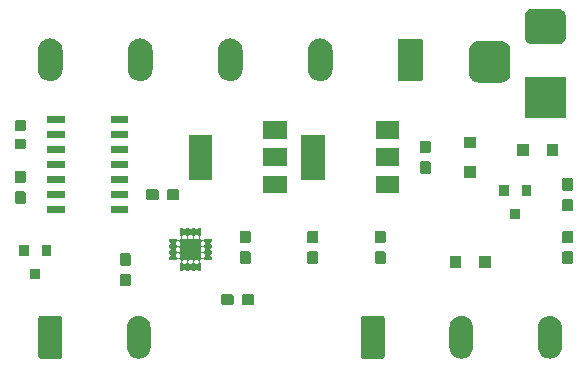
<source format=gbr>
G04 #@! TF.GenerationSoftware,KiCad,Pcbnew,(5.0.2)-1*
G04 #@! TF.CreationDate,2019-04-27T09:30:46+05:30*
G04 #@! TF.ProjectId,parking_sense_1,7061726b-696e-4675-9f73-656e73655f31,rev?*
G04 #@! TF.SameCoordinates,Original*
G04 #@! TF.FileFunction,Soldermask,Top*
G04 #@! TF.FilePolarity,Negative*
%FSLAX46Y46*%
G04 Gerber Fmt 4.6, Leading zero omitted, Abs format (unit mm)*
G04 Created by KiCad (PCBNEW (5.0.2)-1) date 04/27/19 09:30:46*
%MOMM*%
%LPD*%
G01*
G04 APERTURE LIST*
%ADD10C,0.100000*%
G04 APERTURE END LIST*
D10*
G36*
X81871029Y-61079469D02*
X81871032Y-61079470D01*
X81871033Y-61079470D01*
X82059534Y-61136651D01*
X82059536Y-61136652D01*
X82059539Y-61136653D01*
X82233258Y-61229507D01*
X82385528Y-61354472D01*
X82510491Y-61506740D01*
X82603348Y-61680463D01*
X82660531Y-61868970D01*
X82675000Y-62015876D01*
X82675000Y-63714124D01*
X82660531Y-63861030D01*
X82660530Y-63861033D01*
X82660530Y-63861034D01*
X82603350Y-64049533D01*
X82603348Y-64049537D01*
X82510491Y-64223260D01*
X82385528Y-64375528D01*
X82233260Y-64500491D01*
X82160998Y-64539116D01*
X82059535Y-64593349D01*
X81871034Y-64650530D01*
X81871033Y-64650530D01*
X81871030Y-64650531D01*
X81675000Y-64669838D01*
X81478971Y-64650531D01*
X81478968Y-64650530D01*
X81478967Y-64650530D01*
X81290466Y-64593349D01*
X81189003Y-64539116D01*
X81116741Y-64500491D01*
X80964473Y-64375528D01*
X80839510Y-64223260D01*
X80746651Y-64049533D01*
X80689469Y-63861035D01*
X80675000Y-63714124D01*
X80675000Y-62015877D01*
X80689469Y-61868971D01*
X80689470Y-61868967D01*
X80746651Y-61680466D01*
X80746652Y-61680464D01*
X80746653Y-61680461D01*
X80839507Y-61506742D01*
X80964472Y-61354472D01*
X81116740Y-61229509D01*
X81290463Y-61136652D01*
X81290465Y-61136651D01*
X81478966Y-61079470D01*
X81478967Y-61079470D01*
X81478970Y-61079469D01*
X81675000Y-61060162D01*
X81871029Y-61079469D01*
X81871029Y-61079469D01*
G37*
G36*
X74371029Y-61079469D02*
X74371032Y-61079470D01*
X74371033Y-61079470D01*
X74559534Y-61136651D01*
X74559536Y-61136652D01*
X74559539Y-61136653D01*
X74733258Y-61229507D01*
X74885528Y-61354472D01*
X75010491Y-61506740D01*
X75103348Y-61680463D01*
X75160531Y-61868970D01*
X75175000Y-62015876D01*
X75175000Y-63714124D01*
X75160531Y-63861030D01*
X75160530Y-63861033D01*
X75160530Y-63861034D01*
X75103350Y-64049533D01*
X75103348Y-64049537D01*
X75010491Y-64223260D01*
X74885528Y-64375528D01*
X74733260Y-64500491D01*
X74660998Y-64539116D01*
X74559535Y-64593349D01*
X74371034Y-64650530D01*
X74371033Y-64650530D01*
X74371030Y-64650531D01*
X74175000Y-64669838D01*
X73978971Y-64650531D01*
X73978968Y-64650530D01*
X73978967Y-64650530D01*
X73790466Y-64593349D01*
X73689003Y-64539116D01*
X73616741Y-64500491D01*
X73464473Y-64375528D01*
X73339510Y-64223260D01*
X73246651Y-64049533D01*
X73189469Y-63861035D01*
X73175000Y-63714124D01*
X73175000Y-62015877D01*
X73189469Y-61868971D01*
X73189470Y-61868967D01*
X73246651Y-61680466D01*
X73246652Y-61680464D01*
X73246653Y-61680461D01*
X73339507Y-61506742D01*
X73464472Y-61354472D01*
X73616740Y-61229509D01*
X73790463Y-61136652D01*
X73790465Y-61136651D01*
X73978966Y-61079470D01*
X73978967Y-61079470D01*
X73978970Y-61079469D01*
X74175000Y-61060162D01*
X74371029Y-61079469D01*
X74371029Y-61079469D01*
G37*
G36*
X47066029Y-61079469D02*
X47066032Y-61079470D01*
X47066033Y-61079470D01*
X47254534Y-61136651D01*
X47254536Y-61136652D01*
X47254539Y-61136653D01*
X47428258Y-61229507D01*
X47580528Y-61354472D01*
X47705491Y-61506740D01*
X47798348Y-61680463D01*
X47855531Y-61868970D01*
X47870000Y-62015876D01*
X47870000Y-63714124D01*
X47855531Y-63861030D01*
X47855530Y-63861033D01*
X47855530Y-63861034D01*
X47798350Y-64049533D01*
X47798348Y-64049537D01*
X47705491Y-64223260D01*
X47580528Y-64375528D01*
X47428260Y-64500491D01*
X47355998Y-64539116D01*
X47254535Y-64593349D01*
X47066034Y-64650530D01*
X47066033Y-64650530D01*
X47066030Y-64650531D01*
X46870000Y-64669838D01*
X46673971Y-64650531D01*
X46673968Y-64650530D01*
X46673967Y-64650530D01*
X46485466Y-64593349D01*
X46384003Y-64539116D01*
X46311741Y-64500491D01*
X46159473Y-64375528D01*
X46034510Y-64223260D01*
X45941651Y-64049533D01*
X45884469Y-63861035D01*
X45870000Y-63714124D01*
X45870000Y-62015877D01*
X45884469Y-61868971D01*
X45884470Y-61868967D01*
X45941651Y-61680466D01*
X45941652Y-61680464D01*
X45941653Y-61680461D01*
X46034507Y-61506742D01*
X46159472Y-61354472D01*
X46311740Y-61229509D01*
X46485463Y-61136652D01*
X46485465Y-61136651D01*
X46673966Y-61079470D01*
X46673967Y-61079470D01*
X46673970Y-61079469D01*
X46870000Y-61060162D01*
X47066029Y-61079469D01*
X47066029Y-61079469D01*
G37*
G36*
X67549116Y-61068595D02*
X67578313Y-61077452D01*
X67605218Y-61091833D01*
X67628808Y-61111192D01*
X67648167Y-61134782D01*
X67662548Y-61161687D01*
X67671405Y-61190884D01*
X67675000Y-61227390D01*
X67675000Y-64502610D01*
X67671405Y-64539116D01*
X67662548Y-64568313D01*
X67648167Y-64595218D01*
X67628808Y-64618808D01*
X67605218Y-64638167D01*
X67578313Y-64652548D01*
X67549116Y-64661405D01*
X67512610Y-64665000D01*
X65837390Y-64665000D01*
X65800884Y-64661405D01*
X65771687Y-64652548D01*
X65744782Y-64638167D01*
X65721192Y-64618808D01*
X65701833Y-64595218D01*
X65687452Y-64568313D01*
X65678595Y-64539116D01*
X65675000Y-64502610D01*
X65675000Y-61227390D01*
X65678595Y-61190884D01*
X65687452Y-61161687D01*
X65701833Y-61134782D01*
X65721192Y-61111192D01*
X65744782Y-61091833D01*
X65771687Y-61077452D01*
X65800884Y-61068595D01*
X65837390Y-61065000D01*
X67512610Y-61065000D01*
X67549116Y-61068595D01*
X67549116Y-61068595D01*
G37*
G36*
X40244116Y-61068595D02*
X40273313Y-61077452D01*
X40300218Y-61091833D01*
X40323808Y-61111192D01*
X40343167Y-61134782D01*
X40357548Y-61161687D01*
X40366405Y-61190884D01*
X40370000Y-61227390D01*
X40370000Y-64502610D01*
X40366405Y-64539116D01*
X40357548Y-64568313D01*
X40343167Y-64595218D01*
X40323808Y-64618808D01*
X40300218Y-64638167D01*
X40273313Y-64652548D01*
X40244116Y-64661405D01*
X40207610Y-64665000D01*
X38532390Y-64665000D01*
X38495884Y-64661405D01*
X38466687Y-64652548D01*
X38439782Y-64638167D01*
X38416192Y-64618808D01*
X38396833Y-64595218D01*
X38382452Y-64568313D01*
X38373595Y-64539116D01*
X38370000Y-64502610D01*
X38370000Y-61227390D01*
X38373595Y-61190884D01*
X38382452Y-61161687D01*
X38396833Y-61134782D01*
X38416192Y-61111192D01*
X38439782Y-61091833D01*
X38466687Y-61077452D01*
X38495884Y-61068595D01*
X38532390Y-61065000D01*
X40207610Y-61065000D01*
X40244116Y-61068595D01*
X40244116Y-61068595D01*
G37*
G36*
X54754024Y-59218955D02*
X54786736Y-59228879D01*
X54816890Y-59244997D01*
X54843316Y-59266684D01*
X54865003Y-59293110D01*
X54881121Y-59323264D01*
X54891045Y-59355976D01*
X54895000Y-59396138D01*
X54895000Y-59983862D01*
X54891045Y-60024024D01*
X54881121Y-60056736D01*
X54865003Y-60086890D01*
X54843316Y-60113316D01*
X54816890Y-60135003D01*
X54786736Y-60151121D01*
X54754024Y-60161045D01*
X54713862Y-60165000D01*
X54026138Y-60165000D01*
X53985976Y-60161045D01*
X53953264Y-60151121D01*
X53923110Y-60135003D01*
X53896684Y-60113316D01*
X53874997Y-60086890D01*
X53858879Y-60056736D01*
X53848955Y-60024024D01*
X53845000Y-59983862D01*
X53845000Y-59396138D01*
X53848955Y-59355976D01*
X53858879Y-59323264D01*
X53874997Y-59293110D01*
X53896684Y-59266684D01*
X53923110Y-59244997D01*
X53953264Y-59228879D01*
X53985976Y-59218955D01*
X54026138Y-59215000D01*
X54713862Y-59215000D01*
X54754024Y-59218955D01*
X54754024Y-59218955D01*
G37*
G36*
X56504024Y-59218955D02*
X56536736Y-59228879D01*
X56566890Y-59244997D01*
X56593316Y-59266684D01*
X56615003Y-59293110D01*
X56631121Y-59323264D01*
X56641045Y-59355976D01*
X56645000Y-59396138D01*
X56645000Y-59983862D01*
X56641045Y-60024024D01*
X56631121Y-60056736D01*
X56615003Y-60086890D01*
X56593316Y-60113316D01*
X56566890Y-60135003D01*
X56536736Y-60151121D01*
X56504024Y-60161045D01*
X56463862Y-60165000D01*
X55776138Y-60165000D01*
X55735976Y-60161045D01*
X55703264Y-60151121D01*
X55673110Y-60135003D01*
X55646684Y-60113316D01*
X55624997Y-60086890D01*
X55608879Y-60056736D01*
X55598955Y-60024024D01*
X55595000Y-59983862D01*
X55595000Y-59396138D01*
X55598955Y-59355976D01*
X55608879Y-59323264D01*
X55624997Y-59293110D01*
X55646684Y-59266684D01*
X55673110Y-59244997D01*
X55703264Y-59228879D01*
X55735976Y-59218955D01*
X55776138Y-59215000D01*
X56463862Y-59215000D01*
X56504024Y-59218955D01*
X56504024Y-59218955D01*
G37*
G36*
X46054024Y-57503955D02*
X46086736Y-57513879D01*
X46116890Y-57529997D01*
X46143316Y-57551684D01*
X46165003Y-57578110D01*
X46181121Y-57608264D01*
X46191045Y-57640976D01*
X46195000Y-57681138D01*
X46195000Y-58368862D01*
X46191045Y-58409024D01*
X46181121Y-58441736D01*
X46165003Y-58471890D01*
X46143316Y-58498316D01*
X46116890Y-58520003D01*
X46086736Y-58536121D01*
X46054024Y-58546045D01*
X46013862Y-58550000D01*
X45426138Y-58550000D01*
X45385976Y-58546045D01*
X45353264Y-58536121D01*
X45323110Y-58520003D01*
X45296684Y-58498316D01*
X45274997Y-58471890D01*
X45258879Y-58441736D01*
X45248955Y-58409024D01*
X45245000Y-58368862D01*
X45245000Y-57681138D01*
X45248955Y-57640976D01*
X45258879Y-57608264D01*
X45274997Y-57578110D01*
X45296684Y-57551684D01*
X45323110Y-57529997D01*
X45353264Y-57513879D01*
X45385976Y-57503955D01*
X45426138Y-57500000D01*
X46013862Y-57500000D01*
X46054024Y-57503955D01*
X46054024Y-57503955D01*
G37*
G36*
X38500000Y-57965000D02*
X37700000Y-57965000D01*
X37700000Y-57065000D01*
X38500000Y-57065000D01*
X38500000Y-57965000D01*
X38500000Y-57965000D01*
G37*
G36*
X52029404Y-53582171D02*
X52057682Y-53590749D01*
X52083739Y-53604676D01*
X52106579Y-53623421D01*
X52125323Y-53646260D01*
X52139252Y-53672320D01*
X52147829Y-53700595D01*
X52150000Y-53722638D01*
X52150000Y-54187362D01*
X52147829Y-54209405D01*
X52139252Y-54237680D01*
X52125323Y-54263740D01*
X52106582Y-54286576D01*
X52106580Y-54286577D01*
X52106579Y-54286579D01*
X52093332Y-54297450D01*
X52080022Y-54308373D01*
X52062695Y-54325701D01*
X52049081Y-54346075D01*
X52039704Y-54368714D01*
X52034923Y-54392748D01*
X52034923Y-54417252D01*
X52039703Y-54441285D01*
X52049081Y-54463924D01*
X52062694Y-54484299D01*
X52080022Y-54501626D01*
X52100396Y-54515240D01*
X52123035Y-54524617D01*
X52147069Y-54529398D01*
X52150877Y-54529585D01*
X52152402Y-54545065D01*
X52159515Y-54568514D01*
X52171066Y-54590125D01*
X52186612Y-54609067D01*
X52205554Y-54624613D01*
X52227165Y-54636164D01*
X52250614Y-54643277D01*
X52275000Y-54645679D01*
X52299386Y-54643277D01*
X52322835Y-54636164D01*
X52344446Y-54624613D01*
X52363388Y-54609067D01*
X52371627Y-54599978D01*
X52388347Y-54579604D01*
X52393421Y-54573421D01*
X52393423Y-54573420D01*
X52393424Y-54573418D01*
X52416260Y-54554677D01*
X52442320Y-54540748D01*
X52470595Y-54532171D01*
X52492638Y-54530000D01*
X52957362Y-54530000D01*
X52979405Y-54532171D01*
X53007680Y-54540748D01*
X53033740Y-54554677D01*
X53056579Y-54573421D01*
X53075323Y-54596260D01*
X53089252Y-54622320D01*
X53097829Y-54650595D01*
X53100725Y-54680000D01*
X53097829Y-54709405D01*
X53089252Y-54737680D01*
X53075323Y-54763740D01*
X53056579Y-54786579D01*
X53033740Y-54805323D01*
X53006730Y-54819760D01*
X52986355Y-54833374D01*
X52969028Y-54850701D01*
X52955415Y-54871076D01*
X52946037Y-54893715D01*
X52941257Y-54917748D01*
X52941257Y-54942253D01*
X52946038Y-54966286D01*
X52955415Y-54988925D01*
X52969029Y-55009300D01*
X52986356Y-55026627D01*
X53006730Y-55040240D01*
X53033740Y-55054677D01*
X53056579Y-55073421D01*
X53075323Y-55096260D01*
X53089252Y-55122320D01*
X53097829Y-55150595D01*
X53100725Y-55180000D01*
X53097829Y-55209405D01*
X53089252Y-55237680D01*
X53075323Y-55263740D01*
X53056579Y-55286579D01*
X53033740Y-55305323D01*
X53006730Y-55319760D01*
X52986355Y-55333374D01*
X52969028Y-55350701D01*
X52955415Y-55371076D01*
X52946037Y-55393715D01*
X52941257Y-55417748D01*
X52941257Y-55442253D01*
X52946038Y-55466286D01*
X52955415Y-55488925D01*
X52969029Y-55509300D01*
X52986356Y-55526627D01*
X53006730Y-55540240D01*
X53033740Y-55554677D01*
X53056579Y-55573421D01*
X53075323Y-55596260D01*
X53089252Y-55622320D01*
X53097829Y-55650595D01*
X53100725Y-55680000D01*
X53097829Y-55709405D01*
X53089252Y-55737680D01*
X53075323Y-55763740D01*
X53056579Y-55786579D01*
X53033740Y-55805323D01*
X53006730Y-55819760D01*
X52986355Y-55833374D01*
X52969028Y-55850701D01*
X52955415Y-55871076D01*
X52946037Y-55893715D01*
X52941257Y-55917748D01*
X52941257Y-55942253D01*
X52946038Y-55966286D01*
X52955415Y-55988925D01*
X52969029Y-56009300D01*
X52986356Y-56026627D01*
X53006730Y-56040240D01*
X53033740Y-56054677D01*
X53056579Y-56073421D01*
X53075323Y-56096260D01*
X53089252Y-56122320D01*
X53097829Y-56150595D01*
X53100725Y-56180000D01*
X53097829Y-56209405D01*
X53089252Y-56237680D01*
X53075323Y-56263740D01*
X53056579Y-56286579D01*
X53033740Y-56305323D01*
X53007680Y-56319252D01*
X52979405Y-56327829D01*
X52957362Y-56330000D01*
X52492638Y-56330000D01*
X52470595Y-56327829D01*
X52442320Y-56319252D01*
X52416260Y-56305323D01*
X52393424Y-56286582D01*
X52393423Y-56286580D01*
X52393421Y-56286579D01*
X52379713Y-56269875D01*
X52371627Y-56260022D01*
X52354299Y-56242695D01*
X52333925Y-56229081D01*
X52311286Y-56219704D01*
X52287252Y-56214923D01*
X52262748Y-56214923D01*
X52238715Y-56219703D01*
X52216076Y-56229081D01*
X52195701Y-56242694D01*
X52178374Y-56260022D01*
X52164760Y-56280396D01*
X52155383Y-56303035D01*
X52150602Y-56327069D01*
X52150415Y-56330877D01*
X52134935Y-56332402D01*
X52111486Y-56339515D01*
X52089875Y-56351066D01*
X52070933Y-56366612D01*
X52055387Y-56385554D01*
X52043836Y-56407165D01*
X52036723Y-56430614D01*
X52034321Y-56455000D01*
X52036723Y-56479386D01*
X52043836Y-56502835D01*
X52055387Y-56524446D01*
X52070933Y-56543388D01*
X52080022Y-56551627D01*
X52098620Y-56566890D01*
X52106579Y-56573421D01*
X52106580Y-56573423D01*
X52106582Y-56573424D01*
X52125323Y-56596260D01*
X52139252Y-56622320D01*
X52147829Y-56650595D01*
X52150000Y-56672638D01*
X52150000Y-57137362D01*
X52147829Y-57159405D01*
X52139252Y-57187680D01*
X52125323Y-57213740D01*
X52106579Y-57236579D01*
X52083740Y-57255323D01*
X52057680Y-57269252D01*
X52029405Y-57277829D01*
X52000000Y-57280725D01*
X51970596Y-57277829D01*
X51942321Y-57269252D01*
X51916261Y-57255323D01*
X51893422Y-57236579D01*
X51874680Y-57213742D01*
X51872579Y-57209812D01*
X51860749Y-57187680D01*
X51860748Y-57187677D01*
X51860242Y-57186730D01*
X51846628Y-57166356D01*
X51829301Y-57149028D01*
X51808926Y-57135414D01*
X51786287Y-57126037D01*
X51762254Y-57121256D01*
X51737750Y-57121256D01*
X51713716Y-57126036D01*
X51691077Y-57135413D01*
X51670703Y-57149027D01*
X51653375Y-57166354D01*
X51639762Y-57186728D01*
X51625324Y-57213738D01*
X51606579Y-57236579D01*
X51583740Y-57255323D01*
X51557680Y-57269252D01*
X51529405Y-57277829D01*
X51500000Y-57280725D01*
X51470596Y-57277829D01*
X51442321Y-57269252D01*
X51416261Y-57255323D01*
X51393422Y-57236579D01*
X51374680Y-57213742D01*
X51372579Y-57209812D01*
X51360749Y-57187680D01*
X51360748Y-57187677D01*
X51360242Y-57186730D01*
X51346628Y-57166356D01*
X51329301Y-57149028D01*
X51308926Y-57135414D01*
X51286287Y-57126037D01*
X51262254Y-57121256D01*
X51237750Y-57121256D01*
X51213716Y-57126036D01*
X51191077Y-57135413D01*
X51170703Y-57149027D01*
X51153375Y-57166354D01*
X51139762Y-57186728D01*
X51125324Y-57213738D01*
X51106579Y-57236579D01*
X51083740Y-57255323D01*
X51057680Y-57269252D01*
X51029405Y-57277829D01*
X51000000Y-57280725D01*
X50970596Y-57277829D01*
X50942321Y-57269252D01*
X50916261Y-57255323D01*
X50893422Y-57236579D01*
X50874680Y-57213742D01*
X50872579Y-57209812D01*
X50860749Y-57187680D01*
X50860748Y-57187677D01*
X50860242Y-57186730D01*
X50846628Y-57166356D01*
X50829301Y-57149028D01*
X50808926Y-57135414D01*
X50786287Y-57126037D01*
X50762254Y-57121256D01*
X50737750Y-57121256D01*
X50713716Y-57126036D01*
X50691077Y-57135413D01*
X50670703Y-57149027D01*
X50653375Y-57166354D01*
X50639762Y-57186728D01*
X50625324Y-57213738D01*
X50606579Y-57236579D01*
X50583740Y-57255323D01*
X50557680Y-57269252D01*
X50529405Y-57277829D01*
X50500000Y-57280725D01*
X50470596Y-57277829D01*
X50442321Y-57269252D01*
X50416261Y-57255323D01*
X50393422Y-57236579D01*
X50374678Y-57213740D01*
X50360749Y-57187680D01*
X50352172Y-57159405D01*
X50350000Y-57137357D01*
X50350000Y-56672639D01*
X50352171Y-56650596D01*
X50360749Y-56622318D01*
X50374676Y-56596261D01*
X50393418Y-56573424D01*
X50393420Y-56573423D01*
X50393421Y-56573421D01*
X50416262Y-56554677D01*
X50419978Y-56551627D01*
X50437305Y-56534299D01*
X50450919Y-56513925D01*
X50460296Y-56491286D01*
X50465077Y-56467252D01*
X50465077Y-56455000D01*
X50534321Y-56455000D01*
X50536723Y-56479386D01*
X50543836Y-56502835D01*
X50555387Y-56524446D01*
X50570933Y-56543388D01*
X50580022Y-56551627D01*
X50598620Y-56566890D01*
X50606579Y-56573421D01*
X50606580Y-56573423D01*
X50606582Y-56573424D01*
X50625323Y-56596260D01*
X50639760Y-56623270D01*
X50653374Y-56643645D01*
X50670701Y-56660972D01*
X50691076Y-56674585D01*
X50713715Y-56683963D01*
X50737748Y-56688743D01*
X50762253Y-56688743D01*
X50786286Y-56683962D01*
X50808925Y-56674585D01*
X50829300Y-56660971D01*
X50846627Y-56643644D01*
X50860240Y-56623270D01*
X50874677Y-56596260D01*
X50893418Y-56573424D01*
X50893420Y-56573423D01*
X50893421Y-56573421D01*
X50916262Y-56554677D01*
X50919978Y-56551627D01*
X50937305Y-56534299D01*
X50950919Y-56513925D01*
X50960296Y-56491286D01*
X50965077Y-56467252D01*
X50965077Y-56455000D01*
X51034321Y-56455000D01*
X51036723Y-56479386D01*
X51043836Y-56502835D01*
X51055387Y-56524446D01*
X51070933Y-56543388D01*
X51080022Y-56551627D01*
X51098620Y-56566890D01*
X51106579Y-56573421D01*
X51106580Y-56573423D01*
X51106582Y-56573424D01*
X51125323Y-56596260D01*
X51139760Y-56623270D01*
X51153374Y-56643645D01*
X51170701Y-56660972D01*
X51191076Y-56674585D01*
X51213715Y-56683963D01*
X51237748Y-56688743D01*
X51262253Y-56688743D01*
X51286286Y-56683962D01*
X51308925Y-56674585D01*
X51329300Y-56660971D01*
X51346627Y-56643644D01*
X51360240Y-56623270D01*
X51374677Y-56596260D01*
X51393418Y-56573424D01*
X51393420Y-56573423D01*
X51393421Y-56573421D01*
X51416262Y-56554677D01*
X51419978Y-56551627D01*
X51437305Y-56534299D01*
X51450919Y-56513925D01*
X51460296Y-56491286D01*
X51465077Y-56467252D01*
X51465077Y-56455000D01*
X51534321Y-56455000D01*
X51536723Y-56479386D01*
X51543836Y-56502835D01*
X51555387Y-56524446D01*
X51570933Y-56543388D01*
X51580022Y-56551627D01*
X51598620Y-56566890D01*
X51606579Y-56573421D01*
X51606580Y-56573423D01*
X51606582Y-56573424D01*
X51625323Y-56596260D01*
X51639760Y-56623270D01*
X51653374Y-56643645D01*
X51670701Y-56660972D01*
X51691076Y-56674585D01*
X51713715Y-56683963D01*
X51737748Y-56688743D01*
X51762253Y-56688743D01*
X51786286Y-56683962D01*
X51808925Y-56674585D01*
X51829300Y-56660971D01*
X51846627Y-56643644D01*
X51860240Y-56623270D01*
X51874677Y-56596260D01*
X51893418Y-56573424D01*
X51893420Y-56573423D01*
X51893421Y-56573421D01*
X51916262Y-56554677D01*
X51919978Y-56551627D01*
X51937305Y-56534299D01*
X51950919Y-56513925D01*
X51960296Y-56491286D01*
X51965077Y-56467252D01*
X51965077Y-56442748D01*
X51960297Y-56418715D01*
X51950919Y-56396076D01*
X51937306Y-56375701D01*
X51919978Y-56358374D01*
X51899604Y-56344760D01*
X51876965Y-56335383D01*
X51852931Y-56330602D01*
X51840679Y-56330000D01*
X51659321Y-56330000D01*
X51634935Y-56332402D01*
X51611486Y-56339515D01*
X51589875Y-56351066D01*
X51570933Y-56366612D01*
X51555387Y-56385554D01*
X51543836Y-56407165D01*
X51536723Y-56430614D01*
X51534321Y-56455000D01*
X51465077Y-56455000D01*
X51465077Y-56442748D01*
X51460297Y-56418715D01*
X51450919Y-56396076D01*
X51437306Y-56375701D01*
X51419978Y-56358374D01*
X51399604Y-56344760D01*
X51376965Y-56335383D01*
X51352931Y-56330602D01*
X51340679Y-56330000D01*
X51159321Y-56330000D01*
X51134935Y-56332402D01*
X51111486Y-56339515D01*
X51089875Y-56351066D01*
X51070933Y-56366612D01*
X51055387Y-56385554D01*
X51043836Y-56407165D01*
X51036723Y-56430614D01*
X51034321Y-56455000D01*
X50965077Y-56455000D01*
X50965077Y-56442748D01*
X50960297Y-56418715D01*
X50950919Y-56396076D01*
X50937306Y-56375701D01*
X50919978Y-56358374D01*
X50899604Y-56344760D01*
X50876965Y-56335383D01*
X50852931Y-56330602D01*
X50840679Y-56330000D01*
X50659321Y-56330000D01*
X50634935Y-56332402D01*
X50611486Y-56339515D01*
X50589875Y-56351066D01*
X50570933Y-56366612D01*
X50555387Y-56385554D01*
X50543836Y-56407165D01*
X50536723Y-56430614D01*
X50534321Y-56455000D01*
X50465077Y-56455000D01*
X50465077Y-56442748D01*
X50460297Y-56418715D01*
X50450919Y-56396076D01*
X50437306Y-56375701D01*
X50419978Y-56358374D01*
X50399604Y-56344760D01*
X50376965Y-56335383D01*
X50352931Y-56330602D01*
X50349123Y-56330415D01*
X50347598Y-56314935D01*
X50340485Y-56291486D01*
X50328934Y-56269875D01*
X50313388Y-56250933D01*
X50294446Y-56235387D01*
X50272835Y-56223836D01*
X50249386Y-56216723D01*
X50225000Y-56214321D01*
X50200614Y-56216723D01*
X50177165Y-56223836D01*
X50155554Y-56235387D01*
X50136612Y-56250933D01*
X50128373Y-56260022D01*
X50120287Y-56269875D01*
X50106579Y-56286579D01*
X50106577Y-56286580D01*
X50106576Y-56286582D01*
X50083740Y-56305323D01*
X50057680Y-56319252D01*
X50029405Y-56327829D01*
X50007362Y-56330000D01*
X49542638Y-56330000D01*
X49520595Y-56327829D01*
X49492320Y-56319252D01*
X49466260Y-56305323D01*
X49443421Y-56286579D01*
X49424677Y-56263740D01*
X49410748Y-56237680D01*
X49402171Y-56209405D01*
X49399275Y-56180000D01*
X49402171Y-56150595D01*
X49410748Y-56122320D01*
X49424677Y-56096260D01*
X49443421Y-56073421D01*
X49466260Y-56054677D01*
X49493270Y-56040240D01*
X49513645Y-56026626D01*
X49530972Y-56009299D01*
X49544585Y-55988924D01*
X49553963Y-55966285D01*
X49558743Y-55942252D01*
X49558743Y-55917748D01*
X49991257Y-55917748D01*
X49991257Y-55942253D01*
X49996038Y-55966286D01*
X50005415Y-55988925D01*
X50019029Y-56009300D01*
X50036356Y-56026627D01*
X50056730Y-56040240D01*
X50083740Y-56054677D01*
X50106576Y-56073418D01*
X50106577Y-56073420D01*
X50106579Y-56073421D01*
X50111653Y-56079604D01*
X50128373Y-56099978D01*
X50145701Y-56117305D01*
X50166075Y-56130919D01*
X50188714Y-56140296D01*
X50212748Y-56145077D01*
X50237252Y-56145077D01*
X50261285Y-56140297D01*
X50283924Y-56130919D01*
X50304299Y-56117306D01*
X50321626Y-56099978D01*
X50335240Y-56079604D01*
X50344617Y-56056965D01*
X50349398Y-56032931D01*
X50350000Y-56020679D01*
X50350000Y-55839321D01*
X52150000Y-55839321D01*
X52150000Y-56020679D01*
X52152402Y-56045065D01*
X52159515Y-56068514D01*
X52171066Y-56090125D01*
X52186612Y-56109067D01*
X52205554Y-56124613D01*
X52227165Y-56136164D01*
X52250614Y-56143277D01*
X52275000Y-56145679D01*
X52299386Y-56143277D01*
X52322835Y-56136164D01*
X52344446Y-56124613D01*
X52363388Y-56109067D01*
X52371627Y-56099978D01*
X52388347Y-56079604D01*
X52393421Y-56073421D01*
X52393423Y-56073420D01*
X52393424Y-56073418D01*
X52416260Y-56054677D01*
X52443270Y-56040240D01*
X52463645Y-56026626D01*
X52480972Y-56009299D01*
X52494585Y-55988924D01*
X52503963Y-55966285D01*
X52508743Y-55942252D01*
X52508743Y-55917747D01*
X52503962Y-55893714D01*
X52494585Y-55871075D01*
X52480971Y-55850700D01*
X52463644Y-55833373D01*
X52443270Y-55819760D01*
X52416260Y-55805323D01*
X52393424Y-55786582D01*
X52393423Y-55786580D01*
X52393421Y-55786579D01*
X52378239Y-55768079D01*
X52371627Y-55760022D01*
X52354299Y-55742695D01*
X52333925Y-55729081D01*
X52311286Y-55719704D01*
X52287252Y-55714923D01*
X52262748Y-55714923D01*
X52238715Y-55719703D01*
X52216076Y-55729081D01*
X52195701Y-55742694D01*
X52178374Y-55760022D01*
X52164760Y-55780396D01*
X52155383Y-55803035D01*
X52150602Y-55827069D01*
X52150000Y-55839321D01*
X50350000Y-55839321D01*
X50347598Y-55814935D01*
X50340485Y-55791486D01*
X50328934Y-55769875D01*
X50313388Y-55750933D01*
X50294446Y-55735387D01*
X50272835Y-55723836D01*
X50249386Y-55716723D01*
X50225000Y-55714321D01*
X50200614Y-55716723D01*
X50177165Y-55723836D01*
X50155554Y-55735387D01*
X50136612Y-55750933D01*
X50128373Y-55760022D01*
X50121761Y-55768079D01*
X50106579Y-55786579D01*
X50106577Y-55786580D01*
X50106576Y-55786582D01*
X50083740Y-55805323D01*
X50056730Y-55819760D01*
X50036355Y-55833374D01*
X50019028Y-55850701D01*
X50005415Y-55871076D01*
X49996037Y-55893715D01*
X49991257Y-55917748D01*
X49558743Y-55917748D01*
X49558743Y-55917747D01*
X49553962Y-55893714D01*
X49544585Y-55871075D01*
X49530971Y-55850700D01*
X49513644Y-55833373D01*
X49493270Y-55819760D01*
X49466260Y-55805323D01*
X49443421Y-55786579D01*
X49424677Y-55763740D01*
X49410748Y-55737680D01*
X49402171Y-55709405D01*
X49399275Y-55680000D01*
X49402171Y-55650595D01*
X49410748Y-55622320D01*
X49424677Y-55596260D01*
X49443421Y-55573421D01*
X49466260Y-55554677D01*
X49493270Y-55540240D01*
X49513645Y-55526626D01*
X49530972Y-55509299D01*
X49544585Y-55488924D01*
X49553963Y-55466285D01*
X49558743Y-55442252D01*
X49558743Y-55417748D01*
X49991257Y-55417748D01*
X49991257Y-55442253D01*
X49996038Y-55466286D01*
X50005415Y-55488925D01*
X50019029Y-55509300D01*
X50036356Y-55526627D01*
X50056730Y-55540240D01*
X50083740Y-55554677D01*
X50106576Y-55573418D01*
X50106577Y-55573420D01*
X50106579Y-55573421D01*
X50111653Y-55579604D01*
X50128373Y-55599978D01*
X50145701Y-55617305D01*
X50166075Y-55630919D01*
X50188714Y-55640296D01*
X50212748Y-55645077D01*
X50237252Y-55645077D01*
X50261285Y-55640297D01*
X50283924Y-55630919D01*
X50304299Y-55617306D01*
X50321626Y-55599978D01*
X50335240Y-55579604D01*
X50344617Y-55556965D01*
X50349398Y-55532931D01*
X50350000Y-55520679D01*
X50350000Y-55339321D01*
X52150000Y-55339321D01*
X52150000Y-55520679D01*
X52152402Y-55545065D01*
X52159515Y-55568514D01*
X52171066Y-55590125D01*
X52186612Y-55609067D01*
X52205554Y-55624613D01*
X52227165Y-55636164D01*
X52250614Y-55643277D01*
X52275000Y-55645679D01*
X52299386Y-55643277D01*
X52322835Y-55636164D01*
X52344446Y-55624613D01*
X52363388Y-55609067D01*
X52371627Y-55599978D01*
X52388347Y-55579604D01*
X52393421Y-55573421D01*
X52393423Y-55573420D01*
X52393424Y-55573418D01*
X52416260Y-55554677D01*
X52443270Y-55540240D01*
X52463645Y-55526626D01*
X52480972Y-55509299D01*
X52494585Y-55488924D01*
X52503963Y-55466285D01*
X52508743Y-55442252D01*
X52508743Y-55417747D01*
X52503962Y-55393714D01*
X52494585Y-55371075D01*
X52480971Y-55350700D01*
X52463644Y-55333373D01*
X52443270Y-55319760D01*
X52416260Y-55305323D01*
X52393424Y-55286582D01*
X52393423Y-55286580D01*
X52393421Y-55286579D01*
X52379713Y-55269875D01*
X52371627Y-55260022D01*
X52354299Y-55242695D01*
X52333925Y-55229081D01*
X52311286Y-55219704D01*
X52287252Y-55214923D01*
X52262748Y-55214923D01*
X52238715Y-55219703D01*
X52216076Y-55229081D01*
X52195701Y-55242694D01*
X52178374Y-55260022D01*
X52164760Y-55280396D01*
X52155383Y-55303035D01*
X52150602Y-55327069D01*
X52150000Y-55339321D01*
X50350000Y-55339321D01*
X50347598Y-55314935D01*
X50340485Y-55291486D01*
X50328934Y-55269875D01*
X50313388Y-55250933D01*
X50294446Y-55235387D01*
X50272835Y-55223836D01*
X50249386Y-55216723D01*
X50225000Y-55214321D01*
X50200614Y-55216723D01*
X50177165Y-55223836D01*
X50155554Y-55235387D01*
X50136612Y-55250933D01*
X50128373Y-55260022D01*
X50120287Y-55269875D01*
X50106579Y-55286579D01*
X50106577Y-55286580D01*
X50106576Y-55286582D01*
X50083740Y-55305323D01*
X50056730Y-55319760D01*
X50036355Y-55333374D01*
X50019028Y-55350701D01*
X50005415Y-55371076D01*
X49996037Y-55393715D01*
X49991257Y-55417748D01*
X49558743Y-55417748D01*
X49558743Y-55417747D01*
X49553962Y-55393714D01*
X49544585Y-55371075D01*
X49530971Y-55350700D01*
X49513644Y-55333373D01*
X49493270Y-55319760D01*
X49466260Y-55305323D01*
X49443421Y-55286579D01*
X49424677Y-55263740D01*
X49410748Y-55237680D01*
X49402171Y-55209405D01*
X49399275Y-55180000D01*
X49402171Y-55150595D01*
X49410748Y-55122320D01*
X49424677Y-55096260D01*
X49443421Y-55073421D01*
X49466260Y-55054677D01*
X49493270Y-55040240D01*
X49513645Y-55026626D01*
X49530972Y-55009299D01*
X49544585Y-54988924D01*
X49553963Y-54966285D01*
X49558743Y-54942252D01*
X49558743Y-54917748D01*
X49991257Y-54917748D01*
X49991257Y-54942253D01*
X49996038Y-54966286D01*
X50005415Y-54988925D01*
X50019029Y-55009300D01*
X50036356Y-55026627D01*
X50056730Y-55040240D01*
X50083740Y-55054677D01*
X50106576Y-55073418D01*
X50106577Y-55073420D01*
X50106579Y-55073421D01*
X50111653Y-55079604D01*
X50128373Y-55099978D01*
X50145701Y-55117305D01*
X50166075Y-55130919D01*
X50188714Y-55140296D01*
X50212748Y-55145077D01*
X50237252Y-55145077D01*
X50261285Y-55140297D01*
X50283924Y-55130919D01*
X50304299Y-55117306D01*
X50321626Y-55099978D01*
X50335240Y-55079604D01*
X50344617Y-55056965D01*
X50349398Y-55032931D01*
X50350000Y-55020679D01*
X50350000Y-54839321D01*
X52150000Y-54839321D01*
X52150000Y-55020679D01*
X52152402Y-55045065D01*
X52159515Y-55068514D01*
X52171066Y-55090125D01*
X52186612Y-55109067D01*
X52205554Y-55124613D01*
X52227165Y-55136164D01*
X52250614Y-55143277D01*
X52275000Y-55145679D01*
X52299386Y-55143277D01*
X52322835Y-55136164D01*
X52344446Y-55124613D01*
X52363388Y-55109067D01*
X52371627Y-55099978D01*
X52388347Y-55079604D01*
X52393421Y-55073421D01*
X52393423Y-55073420D01*
X52393424Y-55073418D01*
X52416260Y-55054677D01*
X52443270Y-55040240D01*
X52463645Y-55026626D01*
X52480972Y-55009299D01*
X52494585Y-54988924D01*
X52503963Y-54966285D01*
X52508743Y-54942252D01*
X52508743Y-54917747D01*
X52503962Y-54893714D01*
X52494585Y-54871075D01*
X52480971Y-54850700D01*
X52463644Y-54833373D01*
X52443270Y-54819760D01*
X52416260Y-54805323D01*
X52393424Y-54786582D01*
X52393423Y-54786580D01*
X52393421Y-54786579D01*
X52379713Y-54769875D01*
X52371627Y-54760022D01*
X52354299Y-54742695D01*
X52333925Y-54729081D01*
X52311286Y-54719704D01*
X52287252Y-54714923D01*
X52262748Y-54714923D01*
X52238715Y-54719703D01*
X52216076Y-54729081D01*
X52195701Y-54742694D01*
X52178374Y-54760022D01*
X52164760Y-54780396D01*
X52155383Y-54803035D01*
X52150602Y-54827069D01*
X52150000Y-54839321D01*
X50350000Y-54839321D01*
X50347598Y-54814935D01*
X50340485Y-54791486D01*
X50328934Y-54769875D01*
X50313388Y-54750933D01*
X50294446Y-54735387D01*
X50272835Y-54723836D01*
X50249386Y-54716723D01*
X50225000Y-54714321D01*
X50200614Y-54716723D01*
X50177165Y-54723836D01*
X50155554Y-54735387D01*
X50136612Y-54750933D01*
X50128373Y-54760022D01*
X50120287Y-54769875D01*
X50106579Y-54786579D01*
X50106577Y-54786580D01*
X50106576Y-54786582D01*
X50083740Y-54805323D01*
X50056730Y-54819760D01*
X50036355Y-54833374D01*
X50019028Y-54850701D01*
X50005415Y-54871076D01*
X49996037Y-54893715D01*
X49991257Y-54917748D01*
X49558743Y-54917748D01*
X49558743Y-54917747D01*
X49553962Y-54893714D01*
X49544585Y-54871075D01*
X49530971Y-54850700D01*
X49513644Y-54833373D01*
X49493270Y-54819760D01*
X49466260Y-54805323D01*
X49443421Y-54786579D01*
X49424677Y-54763740D01*
X49410748Y-54737680D01*
X49402171Y-54709405D01*
X49399275Y-54680000D01*
X49402171Y-54650595D01*
X49410748Y-54622320D01*
X49424677Y-54596260D01*
X49443421Y-54573421D01*
X49466260Y-54554677D01*
X49492320Y-54540748D01*
X49520595Y-54532171D01*
X49542638Y-54530000D01*
X50007362Y-54530000D01*
X50029405Y-54532171D01*
X50057680Y-54540748D01*
X50083740Y-54554677D01*
X50106576Y-54573418D01*
X50106577Y-54573420D01*
X50106579Y-54573421D01*
X50111653Y-54579604D01*
X50128373Y-54599978D01*
X50145701Y-54617305D01*
X50166075Y-54630919D01*
X50188714Y-54640296D01*
X50212748Y-54645077D01*
X50237252Y-54645077D01*
X50261285Y-54640297D01*
X50283924Y-54630919D01*
X50304299Y-54617306D01*
X50321626Y-54599978D01*
X50335240Y-54579604D01*
X50344617Y-54556965D01*
X50349398Y-54532931D01*
X50349585Y-54529123D01*
X50365066Y-54527598D01*
X50388515Y-54520485D01*
X50410126Y-54508934D01*
X50429068Y-54493388D01*
X50444614Y-54474446D01*
X50456165Y-54452835D01*
X50463278Y-54429386D01*
X50465680Y-54405000D01*
X50464474Y-54392748D01*
X50534923Y-54392748D01*
X50534923Y-54417252D01*
X50539703Y-54441285D01*
X50549081Y-54463924D01*
X50562694Y-54484299D01*
X50580022Y-54501626D01*
X50600396Y-54515240D01*
X50623035Y-54524617D01*
X50647069Y-54529398D01*
X50659321Y-54530000D01*
X50840680Y-54530000D01*
X50865066Y-54527598D01*
X50888515Y-54520485D01*
X50910126Y-54508934D01*
X50929068Y-54493388D01*
X50944614Y-54474446D01*
X50956165Y-54452835D01*
X50963278Y-54429386D01*
X50965680Y-54405000D01*
X50964474Y-54392748D01*
X51034923Y-54392748D01*
X51034923Y-54417252D01*
X51039703Y-54441285D01*
X51049081Y-54463924D01*
X51062694Y-54484299D01*
X51080022Y-54501626D01*
X51100396Y-54515240D01*
X51123035Y-54524617D01*
X51147069Y-54529398D01*
X51159321Y-54530000D01*
X51340680Y-54530000D01*
X51365066Y-54527598D01*
X51388515Y-54520485D01*
X51410126Y-54508934D01*
X51429068Y-54493388D01*
X51444614Y-54474446D01*
X51456165Y-54452835D01*
X51463278Y-54429386D01*
X51465680Y-54405000D01*
X51464474Y-54392748D01*
X51534923Y-54392748D01*
X51534923Y-54417252D01*
X51539703Y-54441285D01*
X51549081Y-54463924D01*
X51562694Y-54484299D01*
X51580022Y-54501626D01*
X51600396Y-54515240D01*
X51623035Y-54524617D01*
X51647069Y-54529398D01*
X51659321Y-54530000D01*
X51840680Y-54530000D01*
X51865066Y-54527598D01*
X51888515Y-54520485D01*
X51910126Y-54508934D01*
X51929068Y-54493388D01*
X51944614Y-54474446D01*
X51956165Y-54452835D01*
X51963278Y-54429386D01*
X51965680Y-54405000D01*
X51963278Y-54380614D01*
X51956165Y-54357165D01*
X51944614Y-54335554D01*
X51929068Y-54316612D01*
X51919979Y-54308373D01*
X51906669Y-54297450D01*
X51893422Y-54286579D01*
X51893421Y-54286577D01*
X51893419Y-54286576D01*
X51874680Y-54263742D01*
X51872579Y-54259812D01*
X51860749Y-54237680D01*
X51860748Y-54237677D01*
X51860242Y-54236730D01*
X51846628Y-54216356D01*
X51829301Y-54199028D01*
X51808926Y-54185414D01*
X51786287Y-54176037D01*
X51762254Y-54171256D01*
X51737750Y-54171256D01*
X51713716Y-54176036D01*
X51691077Y-54185413D01*
X51670703Y-54199027D01*
X51653375Y-54216354D01*
X51639762Y-54236728D01*
X51625324Y-54263738D01*
X51606582Y-54286576D01*
X51606580Y-54286577D01*
X51606579Y-54286579D01*
X51593332Y-54297450D01*
X51580022Y-54308373D01*
X51562695Y-54325701D01*
X51549081Y-54346075D01*
X51539704Y-54368714D01*
X51534923Y-54392748D01*
X51464474Y-54392748D01*
X51463278Y-54380614D01*
X51456165Y-54357165D01*
X51444614Y-54335554D01*
X51429068Y-54316612D01*
X51419979Y-54308373D01*
X51406669Y-54297450D01*
X51393422Y-54286579D01*
X51393421Y-54286577D01*
X51393419Y-54286576D01*
X51374680Y-54263742D01*
X51372579Y-54259812D01*
X51360749Y-54237680D01*
X51360748Y-54237677D01*
X51360242Y-54236730D01*
X51346628Y-54216356D01*
X51329301Y-54199028D01*
X51308926Y-54185414D01*
X51286287Y-54176037D01*
X51262254Y-54171256D01*
X51237750Y-54171256D01*
X51213716Y-54176036D01*
X51191077Y-54185413D01*
X51170703Y-54199027D01*
X51153375Y-54216354D01*
X51139762Y-54236728D01*
X51125324Y-54263738D01*
X51106582Y-54286576D01*
X51106580Y-54286577D01*
X51106579Y-54286579D01*
X51093332Y-54297450D01*
X51080022Y-54308373D01*
X51062695Y-54325701D01*
X51049081Y-54346075D01*
X51039704Y-54368714D01*
X51034923Y-54392748D01*
X50964474Y-54392748D01*
X50963278Y-54380614D01*
X50956165Y-54357165D01*
X50944614Y-54335554D01*
X50929068Y-54316612D01*
X50919979Y-54308373D01*
X50906669Y-54297450D01*
X50893422Y-54286579D01*
X50893421Y-54286577D01*
X50893419Y-54286576D01*
X50874680Y-54263742D01*
X50872579Y-54259812D01*
X50860749Y-54237680D01*
X50860748Y-54237677D01*
X50860242Y-54236730D01*
X50846628Y-54216356D01*
X50829301Y-54199028D01*
X50808926Y-54185414D01*
X50786287Y-54176037D01*
X50762254Y-54171256D01*
X50737750Y-54171256D01*
X50713716Y-54176036D01*
X50691077Y-54185413D01*
X50670703Y-54199027D01*
X50653375Y-54216354D01*
X50639762Y-54236728D01*
X50625324Y-54263738D01*
X50606582Y-54286576D01*
X50606580Y-54286577D01*
X50606579Y-54286579D01*
X50593332Y-54297450D01*
X50580022Y-54308373D01*
X50562695Y-54325701D01*
X50549081Y-54346075D01*
X50539704Y-54368714D01*
X50534923Y-54392748D01*
X50464474Y-54392748D01*
X50463278Y-54380614D01*
X50456165Y-54357165D01*
X50444614Y-54335554D01*
X50429068Y-54316612D01*
X50419979Y-54308373D01*
X50406669Y-54297450D01*
X50393422Y-54286579D01*
X50393421Y-54286577D01*
X50393419Y-54286576D01*
X50374678Y-54263740D01*
X50360749Y-54237680D01*
X50352172Y-54209405D01*
X50350000Y-54187357D01*
X50350000Y-53722639D01*
X50352171Y-53700596D01*
X50360749Y-53672318D01*
X50374676Y-53646261D01*
X50393421Y-53623421D01*
X50416260Y-53604677D01*
X50442320Y-53590748D01*
X50470595Y-53582171D01*
X50500000Y-53579275D01*
X50529404Y-53582171D01*
X50557682Y-53590749D01*
X50583739Y-53604676D01*
X50606579Y-53623421D01*
X50625323Y-53646260D01*
X50639760Y-53673270D01*
X50653374Y-53693645D01*
X50670701Y-53710972D01*
X50691076Y-53724585D01*
X50713715Y-53733963D01*
X50737748Y-53738743D01*
X50762253Y-53738743D01*
X50786286Y-53733962D01*
X50808925Y-53724585D01*
X50829300Y-53710971D01*
X50846627Y-53693644D01*
X50860240Y-53673270D01*
X50874677Y-53646260D01*
X50893421Y-53623421D01*
X50916260Y-53604677D01*
X50942320Y-53590748D01*
X50970595Y-53582171D01*
X51000000Y-53579275D01*
X51029404Y-53582171D01*
X51057682Y-53590749D01*
X51083739Y-53604676D01*
X51106579Y-53623421D01*
X51125323Y-53646260D01*
X51139760Y-53673270D01*
X51153374Y-53693645D01*
X51170701Y-53710972D01*
X51191076Y-53724585D01*
X51213715Y-53733963D01*
X51237748Y-53738743D01*
X51262253Y-53738743D01*
X51286286Y-53733962D01*
X51308925Y-53724585D01*
X51329300Y-53710971D01*
X51346627Y-53693644D01*
X51360240Y-53673270D01*
X51374677Y-53646260D01*
X51393421Y-53623421D01*
X51416260Y-53604677D01*
X51442320Y-53590748D01*
X51470595Y-53582171D01*
X51500000Y-53579275D01*
X51529404Y-53582171D01*
X51557682Y-53590749D01*
X51583739Y-53604676D01*
X51606579Y-53623421D01*
X51625323Y-53646260D01*
X51639760Y-53673270D01*
X51653374Y-53693645D01*
X51670701Y-53710972D01*
X51691076Y-53724585D01*
X51713715Y-53733963D01*
X51737748Y-53738743D01*
X51762253Y-53738743D01*
X51786286Y-53733962D01*
X51808925Y-53724585D01*
X51829300Y-53710971D01*
X51846627Y-53693644D01*
X51860240Y-53673270D01*
X51874677Y-53646260D01*
X51893421Y-53623421D01*
X51916260Y-53604677D01*
X51942320Y-53590748D01*
X51970595Y-53582171D01*
X52000000Y-53579275D01*
X52029404Y-53582171D01*
X52029404Y-53582171D01*
G37*
G36*
X74180000Y-57015000D02*
X73180000Y-57015000D01*
X73180000Y-56015000D01*
X74180000Y-56015000D01*
X74180000Y-57015000D01*
X74180000Y-57015000D01*
G37*
G36*
X76680000Y-57015000D02*
X75680000Y-57015000D01*
X75680000Y-56015000D01*
X76680000Y-56015000D01*
X76680000Y-57015000D01*
X76680000Y-57015000D01*
G37*
G36*
X46054024Y-55753955D02*
X46086736Y-55763879D01*
X46116890Y-55779997D01*
X46143316Y-55801684D01*
X46165003Y-55828110D01*
X46181121Y-55858264D01*
X46191045Y-55890976D01*
X46195000Y-55931138D01*
X46195000Y-56618862D01*
X46191045Y-56659024D01*
X46181121Y-56691736D01*
X46165003Y-56721890D01*
X46143316Y-56748316D01*
X46116890Y-56770003D01*
X46086736Y-56786121D01*
X46054024Y-56796045D01*
X46013862Y-56800000D01*
X45426138Y-56800000D01*
X45385976Y-56796045D01*
X45353264Y-56786121D01*
X45323110Y-56770003D01*
X45296684Y-56748316D01*
X45274997Y-56721890D01*
X45258879Y-56691736D01*
X45248955Y-56659024D01*
X45245000Y-56618862D01*
X45245000Y-55931138D01*
X45248955Y-55890976D01*
X45258879Y-55858264D01*
X45274997Y-55828110D01*
X45296684Y-55801684D01*
X45323110Y-55779997D01*
X45353264Y-55763879D01*
X45385976Y-55753955D01*
X45426138Y-55750000D01*
X46013862Y-55750000D01*
X46054024Y-55753955D01*
X46054024Y-55753955D01*
G37*
G36*
X67644024Y-55598955D02*
X67676736Y-55608879D01*
X67706890Y-55624997D01*
X67733316Y-55646684D01*
X67755003Y-55673110D01*
X67771121Y-55703264D01*
X67781045Y-55735976D01*
X67785000Y-55776138D01*
X67785000Y-56463862D01*
X67781045Y-56504024D01*
X67771121Y-56536736D01*
X67755003Y-56566890D01*
X67733316Y-56593316D01*
X67706890Y-56615003D01*
X67676736Y-56631121D01*
X67644024Y-56641045D01*
X67603862Y-56645000D01*
X67016138Y-56645000D01*
X66975976Y-56641045D01*
X66943264Y-56631121D01*
X66913110Y-56615003D01*
X66886684Y-56593316D01*
X66864997Y-56566890D01*
X66848879Y-56536736D01*
X66838955Y-56504024D01*
X66835000Y-56463862D01*
X66835000Y-55776138D01*
X66838955Y-55735976D01*
X66848879Y-55703264D01*
X66864997Y-55673110D01*
X66886684Y-55646684D01*
X66913110Y-55624997D01*
X66943264Y-55608879D01*
X66975976Y-55598955D01*
X67016138Y-55595000D01*
X67603862Y-55595000D01*
X67644024Y-55598955D01*
X67644024Y-55598955D01*
G37*
G36*
X61929024Y-55598955D02*
X61961736Y-55608879D01*
X61991890Y-55624997D01*
X62018316Y-55646684D01*
X62040003Y-55673110D01*
X62056121Y-55703264D01*
X62066045Y-55735976D01*
X62070000Y-55776138D01*
X62070000Y-56463862D01*
X62066045Y-56504024D01*
X62056121Y-56536736D01*
X62040003Y-56566890D01*
X62018316Y-56593316D01*
X61991890Y-56615003D01*
X61961736Y-56631121D01*
X61929024Y-56641045D01*
X61888862Y-56645000D01*
X61301138Y-56645000D01*
X61260976Y-56641045D01*
X61228264Y-56631121D01*
X61198110Y-56615003D01*
X61171684Y-56593316D01*
X61149997Y-56566890D01*
X61133879Y-56536736D01*
X61123955Y-56504024D01*
X61120000Y-56463862D01*
X61120000Y-55776138D01*
X61123955Y-55735976D01*
X61133879Y-55703264D01*
X61149997Y-55673110D01*
X61171684Y-55646684D01*
X61198110Y-55624997D01*
X61228264Y-55608879D01*
X61260976Y-55598955D01*
X61301138Y-55595000D01*
X61888862Y-55595000D01*
X61929024Y-55598955D01*
X61929024Y-55598955D01*
G37*
G36*
X56214024Y-55598955D02*
X56246736Y-55608879D01*
X56276890Y-55624997D01*
X56303316Y-55646684D01*
X56325003Y-55673110D01*
X56341121Y-55703264D01*
X56351045Y-55735976D01*
X56355000Y-55776138D01*
X56355000Y-56463862D01*
X56351045Y-56504024D01*
X56341121Y-56536736D01*
X56325003Y-56566890D01*
X56303316Y-56593316D01*
X56276890Y-56615003D01*
X56246736Y-56631121D01*
X56214024Y-56641045D01*
X56173862Y-56645000D01*
X55586138Y-56645000D01*
X55545976Y-56641045D01*
X55513264Y-56631121D01*
X55483110Y-56615003D01*
X55456684Y-56593316D01*
X55434997Y-56566890D01*
X55418879Y-56536736D01*
X55408955Y-56504024D01*
X55405000Y-56463862D01*
X55405000Y-55776138D01*
X55408955Y-55735976D01*
X55418879Y-55703264D01*
X55434997Y-55673110D01*
X55456684Y-55646684D01*
X55483110Y-55624997D01*
X55513264Y-55608879D01*
X55545976Y-55598955D01*
X55586138Y-55595000D01*
X56173862Y-55595000D01*
X56214024Y-55598955D01*
X56214024Y-55598955D01*
G37*
G36*
X83519024Y-55598955D02*
X83551736Y-55608879D01*
X83581890Y-55624997D01*
X83608316Y-55646684D01*
X83630003Y-55673110D01*
X83646121Y-55703264D01*
X83656045Y-55735976D01*
X83660000Y-55776138D01*
X83660000Y-56463862D01*
X83656045Y-56504024D01*
X83646121Y-56536736D01*
X83630003Y-56566890D01*
X83608316Y-56593316D01*
X83581890Y-56615003D01*
X83551736Y-56631121D01*
X83519024Y-56641045D01*
X83478862Y-56645000D01*
X82891138Y-56645000D01*
X82850976Y-56641045D01*
X82818264Y-56631121D01*
X82788110Y-56615003D01*
X82761684Y-56593316D01*
X82739997Y-56566890D01*
X82723879Y-56536736D01*
X82713955Y-56504024D01*
X82710000Y-56463862D01*
X82710000Y-55776138D01*
X82713955Y-55735976D01*
X82723879Y-55703264D01*
X82739997Y-55673110D01*
X82761684Y-55646684D01*
X82788110Y-55624997D01*
X82818264Y-55608879D01*
X82850976Y-55598955D01*
X82891138Y-55595000D01*
X83478862Y-55595000D01*
X83519024Y-55598955D01*
X83519024Y-55598955D01*
G37*
G36*
X37550000Y-55965000D02*
X36750000Y-55965000D01*
X36750000Y-55065000D01*
X37550000Y-55065000D01*
X37550000Y-55965000D01*
X37550000Y-55965000D01*
G37*
G36*
X39450000Y-55965000D02*
X38650000Y-55965000D01*
X38650000Y-55065000D01*
X39450000Y-55065000D01*
X39450000Y-55965000D01*
X39450000Y-55965000D01*
G37*
G36*
X67644024Y-53848955D02*
X67676736Y-53858879D01*
X67706890Y-53874997D01*
X67733316Y-53896684D01*
X67755003Y-53923110D01*
X67771121Y-53953264D01*
X67781045Y-53985976D01*
X67785000Y-54026138D01*
X67785000Y-54713862D01*
X67781045Y-54754024D01*
X67771121Y-54786736D01*
X67755003Y-54816890D01*
X67733316Y-54843316D01*
X67706890Y-54865003D01*
X67676736Y-54881121D01*
X67644024Y-54891045D01*
X67603862Y-54895000D01*
X67016138Y-54895000D01*
X66975976Y-54891045D01*
X66943264Y-54881121D01*
X66913110Y-54865003D01*
X66886684Y-54843316D01*
X66864997Y-54816890D01*
X66848879Y-54786736D01*
X66838955Y-54754024D01*
X66835000Y-54713862D01*
X66835000Y-54026138D01*
X66838955Y-53985976D01*
X66848879Y-53953264D01*
X66864997Y-53923110D01*
X66886684Y-53896684D01*
X66913110Y-53874997D01*
X66943264Y-53858879D01*
X66975976Y-53848955D01*
X67016138Y-53845000D01*
X67603862Y-53845000D01*
X67644024Y-53848955D01*
X67644024Y-53848955D01*
G37*
G36*
X61929024Y-53848955D02*
X61961736Y-53858879D01*
X61991890Y-53874997D01*
X62018316Y-53896684D01*
X62040003Y-53923110D01*
X62056121Y-53953264D01*
X62066045Y-53985976D01*
X62070000Y-54026138D01*
X62070000Y-54713862D01*
X62066045Y-54754024D01*
X62056121Y-54786736D01*
X62040003Y-54816890D01*
X62018316Y-54843316D01*
X61991890Y-54865003D01*
X61961736Y-54881121D01*
X61929024Y-54891045D01*
X61888862Y-54895000D01*
X61301138Y-54895000D01*
X61260976Y-54891045D01*
X61228264Y-54881121D01*
X61198110Y-54865003D01*
X61171684Y-54843316D01*
X61149997Y-54816890D01*
X61133879Y-54786736D01*
X61123955Y-54754024D01*
X61120000Y-54713862D01*
X61120000Y-54026138D01*
X61123955Y-53985976D01*
X61133879Y-53953264D01*
X61149997Y-53923110D01*
X61171684Y-53896684D01*
X61198110Y-53874997D01*
X61228264Y-53858879D01*
X61260976Y-53848955D01*
X61301138Y-53845000D01*
X61888862Y-53845000D01*
X61929024Y-53848955D01*
X61929024Y-53848955D01*
G37*
G36*
X56214024Y-53848955D02*
X56246736Y-53858879D01*
X56276890Y-53874997D01*
X56303316Y-53896684D01*
X56325003Y-53923110D01*
X56341121Y-53953264D01*
X56351045Y-53985976D01*
X56355000Y-54026138D01*
X56355000Y-54713862D01*
X56351045Y-54754024D01*
X56341121Y-54786736D01*
X56325003Y-54816890D01*
X56303316Y-54843316D01*
X56276890Y-54865003D01*
X56246736Y-54881121D01*
X56214024Y-54891045D01*
X56173862Y-54895000D01*
X55586138Y-54895000D01*
X55545976Y-54891045D01*
X55513264Y-54881121D01*
X55483110Y-54865003D01*
X55456684Y-54843316D01*
X55434997Y-54816890D01*
X55418879Y-54786736D01*
X55408955Y-54754024D01*
X55405000Y-54713862D01*
X55405000Y-54026138D01*
X55408955Y-53985976D01*
X55418879Y-53953264D01*
X55434997Y-53923110D01*
X55456684Y-53896684D01*
X55483110Y-53874997D01*
X55513264Y-53858879D01*
X55545976Y-53848955D01*
X55586138Y-53845000D01*
X56173862Y-53845000D01*
X56214024Y-53848955D01*
X56214024Y-53848955D01*
G37*
G36*
X83519024Y-53848955D02*
X83551736Y-53858879D01*
X83581890Y-53874997D01*
X83608316Y-53896684D01*
X83630003Y-53923110D01*
X83646121Y-53953264D01*
X83656045Y-53985976D01*
X83660000Y-54026138D01*
X83660000Y-54713862D01*
X83656045Y-54754024D01*
X83646121Y-54786736D01*
X83630003Y-54816890D01*
X83608316Y-54843316D01*
X83581890Y-54865003D01*
X83551736Y-54881121D01*
X83519024Y-54891045D01*
X83478862Y-54895000D01*
X82891138Y-54895000D01*
X82850976Y-54891045D01*
X82818264Y-54881121D01*
X82788110Y-54865003D01*
X82761684Y-54843316D01*
X82739997Y-54816890D01*
X82723879Y-54786736D01*
X82713955Y-54754024D01*
X82710000Y-54713862D01*
X82710000Y-54026138D01*
X82713955Y-53985976D01*
X82723879Y-53953264D01*
X82739997Y-53923110D01*
X82761684Y-53896684D01*
X82788110Y-53874997D01*
X82818264Y-53858879D01*
X82850976Y-53848955D01*
X82891138Y-53845000D01*
X83478862Y-53845000D01*
X83519024Y-53848955D01*
X83519024Y-53848955D01*
G37*
G36*
X79140000Y-52885000D02*
X78340000Y-52885000D01*
X78340000Y-51985000D01*
X79140000Y-51985000D01*
X79140000Y-52885000D01*
X79140000Y-52885000D01*
G37*
G36*
X40595000Y-52370000D02*
X39095000Y-52370000D01*
X39095000Y-51770000D01*
X40595000Y-51770000D01*
X40595000Y-52370000D01*
X40595000Y-52370000D01*
G37*
G36*
X45995000Y-52370000D02*
X44495000Y-52370000D01*
X44495000Y-51770000D01*
X45995000Y-51770000D01*
X45995000Y-52370000D01*
X45995000Y-52370000D01*
G37*
G36*
X83519024Y-51153955D02*
X83551736Y-51163879D01*
X83581890Y-51179997D01*
X83608316Y-51201684D01*
X83630003Y-51228110D01*
X83646121Y-51258264D01*
X83656045Y-51290976D01*
X83660000Y-51331138D01*
X83660000Y-52018862D01*
X83656045Y-52059024D01*
X83646121Y-52091736D01*
X83630003Y-52121890D01*
X83608316Y-52148316D01*
X83581890Y-52170003D01*
X83551736Y-52186121D01*
X83519024Y-52196045D01*
X83478862Y-52200000D01*
X82891138Y-52200000D01*
X82850976Y-52196045D01*
X82818264Y-52186121D01*
X82788110Y-52170003D01*
X82761684Y-52148316D01*
X82739997Y-52121890D01*
X82723879Y-52091736D01*
X82713955Y-52059024D01*
X82710000Y-52018862D01*
X82710000Y-51331138D01*
X82713955Y-51290976D01*
X82723879Y-51258264D01*
X82739997Y-51228110D01*
X82761684Y-51201684D01*
X82788110Y-51179997D01*
X82818264Y-51163879D01*
X82850976Y-51153955D01*
X82891138Y-51150000D01*
X83478862Y-51150000D01*
X83519024Y-51153955D01*
X83519024Y-51153955D01*
G37*
G36*
X37164024Y-50518955D02*
X37196736Y-50528879D01*
X37226890Y-50544997D01*
X37253316Y-50566684D01*
X37275003Y-50593110D01*
X37291121Y-50623264D01*
X37301045Y-50655976D01*
X37305000Y-50696138D01*
X37305000Y-51383862D01*
X37301045Y-51424024D01*
X37291121Y-51456736D01*
X37275003Y-51486890D01*
X37253316Y-51513316D01*
X37226890Y-51535003D01*
X37196736Y-51551121D01*
X37164024Y-51561045D01*
X37123862Y-51565000D01*
X36536138Y-51565000D01*
X36495976Y-51561045D01*
X36463264Y-51551121D01*
X36433110Y-51535003D01*
X36406684Y-51513316D01*
X36384997Y-51486890D01*
X36368879Y-51456736D01*
X36358955Y-51424024D01*
X36355000Y-51383862D01*
X36355000Y-50696138D01*
X36358955Y-50655976D01*
X36368879Y-50623264D01*
X36384997Y-50593110D01*
X36406684Y-50566684D01*
X36433110Y-50544997D01*
X36463264Y-50528879D01*
X36495976Y-50518955D01*
X36536138Y-50515000D01*
X37123862Y-50515000D01*
X37164024Y-50518955D01*
X37164024Y-50518955D01*
G37*
G36*
X50154024Y-50328955D02*
X50186736Y-50338879D01*
X50216890Y-50354997D01*
X50243316Y-50376684D01*
X50265003Y-50403110D01*
X50281121Y-50433264D01*
X50291045Y-50465976D01*
X50295000Y-50506138D01*
X50295000Y-51093862D01*
X50291045Y-51134024D01*
X50281121Y-51166736D01*
X50265003Y-51196890D01*
X50243316Y-51223316D01*
X50216890Y-51245003D01*
X50186736Y-51261121D01*
X50154024Y-51271045D01*
X50113862Y-51275000D01*
X49426138Y-51275000D01*
X49385976Y-51271045D01*
X49353264Y-51261121D01*
X49323110Y-51245003D01*
X49296684Y-51223316D01*
X49274997Y-51196890D01*
X49258879Y-51166736D01*
X49248955Y-51134024D01*
X49245000Y-51093862D01*
X49245000Y-50506138D01*
X49248955Y-50465976D01*
X49258879Y-50433264D01*
X49274997Y-50403110D01*
X49296684Y-50376684D01*
X49323110Y-50354997D01*
X49353264Y-50338879D01*
X49385976Y-50328955D01*
X49426138Y-50325000D01*
X50113862Y-50325000D01*
X50154024Y-50328955D01*
X50154024Y-50328955D01*
G37*
G36*
X48404024Y-50328955D02*
X48436736Y-50338879D01*
X48466890Y-50354997D01*
X48493316Y-50376684D01*
X48515003Y-50403110D01*
X48531121Y-50433264D01*
X48541045Y-50465976D01*
X48545000Y-50506138D01*
X48545000Y-51093862D01*
X48541045Y-51134024D01*
X48531121Y-51166736D01*
X48515003Y-51196890D01*
X48493316Y-51223316D01*
X48466890Y-51245003D01*
X48436736Y-51261121D01*
X48404024Y-51271045D01*
X48363862Y-51275000D01*
X47676138Y-51275000D01*
X47635976Y-51271045D01*
X47603264Y-51261121D01*
X47573110Y-51245003D01*
X47546684Y-51223316D01*
X47524997Y-51196890D01*
X47508879Y-51166736D01*
X47498955Y-51134024D01*
X47495000Y-51093862D01*
X47495000Y-50506138D01*
X47498955Y-50465976D01*
X47508879Y-50433264D01*
X47524997Y-50403110D01*
X47546684Y-50376684D01*
X47573110Y-50354997D01*
X47603264Y-50338879D01*
X47635976Y-50328955D01*
X47676138Y-50325000D01*
X48363862Y-50325000D01*
X48404024Y-50328955D01*
X48404024Y-50328955D01*
G37*
G36*
X40595000Y-51100000D02*
X39095000Y-51100000D01*
X39095000Y-50500000D01*
X40595000Y-50500000D01*
X40595000Y-51100000D01*
X40595000Y-51100000D01*
G37*
G36*
X45995000Y-51100000D02*
X44495000Y-51100000D01*
X44495000Y-50500000D01*
X45995000Y-50500000D01*
X45995000Y-51100000D01*
X45995000Y-51100000D01*
G37*
G36*
X78190000Y-50885000D02*
X77390000Y-50885000D01*
X77390000Y-49985000D01*
X78190000Y-49985000D01*
X78190000Y-50885000D01*
X78190000Y-50885000D01*
G37*
G36*
X80090000Y-50885000D02*
X79290000Y-50885000D01*
X79290000Y-49985000D01*
X80090000Y-49985000D01*
X80090000Y-50885000D01*
X80090000Y-50885000D01*
G37*
G36*
X59395000Y-50675000D02*
X57395000Y-50675000D01*
X57395000Y-49175000D01*
X59395000Y-49175000D01*
X59395000Y-50675000D01*
X59395000Y-50675000D01*
G37*
G36*
X68920000Y-50675000D02*
X66920000Y-50675000D01*
X66920000Y-49175000D01*
X68920000Y-49175000D01*
X68920000Y-50675000D01*
X68920000Y-50675000D01*
G37*
G36*
X83519024Y-49403955D02*
X83551736Y-49413879D01*
X83581890Y-49429997D01*
X83608316Y-49451684D01*
X83630003Y-49478110D01*
X83646121Y-49508264D01*
X83656045Y-49540976D01*
X83660000Y-49581138D01*
X83660000Y-50268862D01*
X83656045Y-50309024D01*
X83646121Y-50341736D01*
X83630003Y-50371890D01*
X83608316Y-50398316D01*
X83581890Y-50420003D01*
X83551736Y-50436121D01*
X83519024Y-50446045D01*
X83478862Y-50450000D01*
X82891138Y-50450000D01*
X82850976Y-50446045D01*
X82818264Y-50436121D01*
X82788110Y-50420003D01*
X82761684Y-50398316D01*
X82739997Y-50371890D01*
X82723879Y-50341736D01*
X82713955Y-50309024D01*
X82710000Y-50268862D01*
X82710000Y-49581138D01*
X82713955Y-49540976D01*
X82723879Y-49508264D01*
X82739997Y-49478110D01*
X82761684Y-49451684D01*
X82788110Y-49429997D01*
X82818264Y-49413879D01*
X82850976Y-49403955D01*
X82891138Y-49400000D01*
X83478862Y-49400000D01*
X83519024Y-49403955D01*
X83519024Y-49403955D01*
G37*
G36*
X45995000Y-49830000D02*
X44495000Y-49830000D01*
X44495000Y-49230000D01*
X45995000Y-49230000D01*
X45995000Y-49830000D01*
X45995000Y-49830000D01*
G37*
G36*
X40595000Y-49830000D02*
X39095000Y-49830000D01*
X39095000Y-49230000D01*
X40595000Y-49230000D01*
X40595000Y-49830000D01*
X40595000Y-49830000D01*
G37*
G36*
X37164024Y-48768955D02*
X37196736Y-48778879D01*
X37226890Y-48794997D01*
X37253316Y-48816684D01*
X37275003Y-48843110D01*
X37291121Y-48873264D01*
X37301045Y-48905976D01*
X37305000Y-48946138D01*
X37305000Y-49633862D01*
X37301045Y-49674024D01*
X37291121Y-49706736D01*
X37275003Y-49736890D01*
X37253316Y-49763316D01*
X37226890Y-49785003D01*
X37196736Y-49801121D01*
X37164024Y-49811045D01*
X37123862Y-49815000D01*
X36536138Y-49815000D01*
X36495976Y-49811045D01*
X36463264Y-49801121D01*
X36433110Y-49785003D01*
X36406684Y-49763316D01*
X36384997Y-49736890D01*
X36368879Y-49706736D01*
X36358955Y-49674024D01*
X36355000Y-49633862D01*
X36355000Y-48946138D01*
X36358955Y-48905976D01*
X36368879Y-48873264D01*
X36384997Y-48843110D01*
X36406684Y-48816684D01*
X36433110Y-48794997D01*
X36463264Y-48778879D01*
X36495976Y-48768955D01*
X36536138Y-48765000D01*
X37123862Y-48765000D01*
X37164024Y-48768955D01*
X37164024Y-48768955D01*
G37*
G36*
X62620000Y-49525000D02*
X60620000Y-49525000D01*
X60620000Y-45725000D01*
X62620000Y-45725000D01*
X62620000Y-49525000D01*
X62620000Y-49525000D01*
G37*
G36*
X53095000Y-49525000D02*
X51095000Y-49525000D01*
X51095000Y-45725000D01*
X53095000Y-45725000D01*
X53095000Y-49525000D01*
X53095000Y-49525000D01*
G37*
G36*
X75430000Y-49375000D02*
X74430000Y-49375000D01*
X74430000Y-48375000D01*
X75430000Y-48375000D01*
X75430000Y-49375000D01*
X75430000Y-49375000D01*
G37*
G36*
X71454024Y-47978955D02*
X71486736Y-47988879D01*
X71516890Y-48004997D01*
X71543316Y-48026684D01*
X71565003Y-48053110D01*
X71581121Y-48083264D01*
X71591045Y-48115976D01*
X71595000Y-48156138D01*
X71595000Y-48843862D01*
X71591045Y-48884024D01*
X71581121Y-48916736D01*
X71565003Y-48946890D01*
X71543316Y-48973316D01*
X71516890Y-48995003D01*
X71486736Y-49011121D01*
X71454024Y-49021045D01*
X71413862Y-49025000D01*
X70826138Y-49025000D01*
X70785976Y-49021045D01*
X70753264Y-49011121D01*
X70723110Y-48995003D01*
X70696684Y-48973316D01*
X70674997Y-48946890D01*
X70658879Y-48916736D01*
X70648955Y-48884024D01*
X70645000Y-48843862D01*
X70645000Y-48156138D01*
X70648955Y-48115976D01*
X70658879Y-48083264D01*
X70674997Y-48053110D01*
X70696684Y-48026684D01*
X70723110Y-48004997D01*
X70753264Y-47988879D01*
X70785976Y-47978955D01*
X70826138Y-47975000D01*
X71413862Y-47975000D01*
X71454024Y-47978955D01*
X71454024Y-47978955D01*
G37*
G36*
X45995000Y-48560000D02*
X44495000Y-48560000D01*
X44495000Y-47960000D01*
X45995000Y-47960000D01*
X45995000Y-48560000D01*
X45995000Y-48560000D01*
G37*
G36*
X40595000Y-48560000D02*
X39095000Y-48560000D01*
X39095000Y-47960000D01*
X40595000Y-47960000D01*
X40595000Y-48560000D01*
X40595000Y-48560000D01*
G37*
G36*
X68920000Y-48375000D02*
X66920000Y-48375000D01*
X66920000Y-46875000D01*
X68920000Y-46875000D01*
X68920000Y-48375000D01*
X68920000Y-48375000D01*
G37*
G36*
X59395000Y-48375000D02*
X57395000Y-48375000D01*
X57395000Y-46875000D01*
X59395000Y-46875000D01*
X59395000Y-48375000D01*
X59395000Y-48375000D01*
G37*
G36*
X79895000Y-47490000D02*
X78895000Y-47490000D01*
X78895000Y-46490000D01*
X79895000Y-46490000D01*
X79895000Y-47490000D01*
X79895000Y-47490000D01*
G37*
G36*
X82395000Y-47490000D02*
X81395000Y-47490000D01*
X81395000Y-46490000D01*
X82395000Y-46490000D01*
X82395000Y-47490000D01*
X82395000Y-47490000D01*
G37*
G36*
X40595000Y-47290000D02*
X39095000Y-47290000D01*
X39095000Y-46690000D01*
X40595000Y-46690000D01*
X40595000Y-47290000D01*
X40595000Y-47290000D01*
G37*
G36*
X45995000Y-47290000D02*
X44495000Y-47290000D01*
X44495000Y-46690000D01*
X45995000Y-46690000D01*
X45995000Y-47290000D01*
X45995000Y-47290000D01*
G37*
G36*
X71454024Y-46228955D02*
X71486736Y-46238879D01*
X71516890Y-46254997D01*
X71543316Y-46276684D01*
X71565003Y-46303110D01*
X71581121Y-46333264D01*
X71591045Y-46365976D01*
X71595000Y-46406138D01*
X71595000Y-47093862D01*
X71591045Y-47134024D01*
X71581121Y-47166736D01*
X71565003Y-47196890D01*
X71543316Y-47223316D01*
X71516890Y-47245003D01*
X71486736Y-47261121D01*
X71454024Y-47271045D01*
X71413862Y-47275000D01*
X70826138Y-47275000D01*
X70785976Y-47271045D01*
X70753264Y-47261121D01*
X70723110Y-47245003D01*
X70696684Y-47223316D01*
X70674997Y-47196890D01*
X70658879Y-47166736D01*
X70648955Y-47134024D01*
X70645000Y-47093862D01*
X70645000Y-46406138D01*
X70648955Y-46365976D01*
X70658879Y-46333264D01*
X70674997Y-46303110D01*
X70696684Y-46276684D01*
X70723110Y-46254997D01*
X70753264Y-46238879D01*
X70785976Y-46228955D01*
X70826138Y-46225000D01*
X71413862Y-46225000D01*
X71454024Y-46228955D01*
X71454024Y-46228955D01*
G37*
G36*
X37179116Y-46073595D02*
X37208313Y-46082452D01*
X37235218Y-46096833D01*
X37258808Y-46116192D01*
X37278167Y-46139782D01*
X37292548Y-46166687D01*
X37301405Y-46195884D01*
X37305000Y-46232390D01*
X37305000Y-46782610D01*
X37301405Y-46819116D01*
X37292548Y-46848313D01*
X37278167Y-46875218D01*
X37258808Y-46898808D01*
X37235218Y-46918167D01*
X37208313Y-46932548D01*
X37179116Y-46941405D01*
X37142610Y-46945000D01*
X36517390Y-46945000D01*
X36480884Y-46941405D01*
X36451687Y-46932548D01*
X36424782Y-46918167D01*
X36401192Y-46898808D01*
X36381833Y-46875218D01*
X36367452Y-46848313D01*
X36358595Y-46819116D01*
X36355000Y-46782610D01*
X36355000Y-46232390D01*
X36358595Y-46195884D01*
X36367452Y-46166687D01*
X36381833Y-46139782D01*
X36401192Y-46116192D01*
X36424782Y-46096833D01*
X36451687Y-46082452D01*
X36480884Y-46073595D01*
X36517390Y-46070000D01*
X37142610Y-46070000D01*
X37179116Y-46073595D01*
X37179116Y-46073595D01*
G37*
G36*
X75430000Y-46875000D02*
X74430000Y-46875000D01*
X74430000Y-45875000D01*
X75430000Y-45875000D01*
X75430000Y-46875000D01*
X75430000Y-46875000D01*
G37*
G36*
X68920000Y-46075000D02*
X66920000Y-46075000D01*
X66920000Y-44575000D01*
X68920000Y-44575000D01*
X68920000Y-46075000D01*
X68920000Y-46075000D01*
G37*
G36*
X59395000Y-46075000D02*
X57395000Y-46075000D01*
X57395000Y-44575000D01*
X59395000Y-44575000D01*
X59395000Y-46075000D01*
X59395000Y-46075000D01*
G37*
G36*
X40595000Y-46020000D02*
X39095000Y-46020000D01*
X39095000Y-45420000D01*
X40595000Y-45420000D01*
X40595000Y-46020000D01*
X40595000Y-46020000D01*
G37*
G36*
X45995000Y-46020000D02*
X44495000Y-46020000D01*
X44495000Y-45420000D01*
X45995000Y-45420000D01*
X45995000Y-46020000D01*
X45995000Y-46020000D01*
G37*
G36*
X37179116Y-44498595D02*
X37208313Y-44507452D01*
X37235218Y-44521833D01*
X37258808Y-44541192D01*
X37278167Y-44564782D01*
X37292548Y-44591687D01*
X37301405Y-44620884D01*
X37305000Y-44657390D01*
X37305000Y-45207610D01*
X37301405Y-45244116D01*
X37292548Y-45273313D01*
X37278167Y-45300218D01*
X37258808Y-45323808D01*
X37235218Y-45343167D01*
X37208313Y-45357548D01*
X37179116Y-45366405D01*
X37142610Y-45370000D01*
X36517390Y-45370000D01*
X36480884Y-45366405D01*
X36451687Y-45357548D01*
X36424782Y-45343167D01*
X36401192Y-45323808D01*
X36381833Y-45300218D01*
X36367452Y-45273313D01*
X36358595Y-45244116D01*
X36355000Y-45207610D01*
X36355000Y-44657390D01*
X36358595Y-44620884D01*
X36367452Y-44591687D01*
X36381833Y-44564782D01*
X36401192Y-44541192D01*
X36424782Y-44521833D01*
X36451687Y-44507452D01*
X36480884Y-44498595D01*
X36517390Y-44495000D01*
X37142610Y-44495000D01*
X37179116Y-44498595D01*
X37179116Y-44498595D01*
G37*
G36*
X45995000Y-44750000D02*
X44495000Y-44750000D01*
X44495000Y-44150000D01*
X45995000Y-44150000D01*
X45995000Y-44750000D01*
X45995000Y-44750000D01*
G37*
G36*
X40595000Y-44750000D02*
X39095000Y-44750000D01*
X39095000Y-44150000D01*
X40595000Y-44150000D01*
X40595000Y-44750000D01*
X40595000Y-44750000D01*
G37*
G36*
X83030000Y-44295000D02*
X79530000Y-44295000D01*
X79530000Y-40795000D01*
X83030000Y-40795000D01*
X83030000Y-44295000D01*
X83030000Y-44295000D01*
G37*
G36*
X77675891Y-37811205D02*
X77828200Y-37857407D01*
X77968567Y-37932435D01*
X78091597Y-38033403D01*
X78192565Y-38156433D01*
X78267593Y-38296800D01*
X78313795Y-38449109D01*
X78330000Y-38613640D01*
X78330000Y-40476360D01*
X78313795Y-40640891D01*
X78267593Y-40793200D01*
X78192565Y-40933567D01*
X78091597Y-41056597D01*
X77968567Y-41157565D01*
X77828200Y-41232593D01*
X77675891Y-41278795D01*
X77511360Y-41295000D01*
X75648640Y-41295000D01*
X75484109Y-41278795D01*
X75331800Y-41232593D01*
X75191433Y-41157565D01*
X75068403Y-41056597D01*
X74967435Y-40933567D01*
X74892407Y-40793200D01*
X74846205Y-40640891D01*
X74830000Y-40476360D01*
X74830000Y-38613640D01*
X74846205Y-38449109D01*
X74892407Y-38296800D01*
X74967435Y-38156433D01*
X75068403Y-38033403D01*
X75191433Y-37932435D01*
X75331800Y-37857407D01*
X75484109Y-37811205D01*
X75648640Y-37795000D01*
X77511360Y-37795000D01*
X77675891Y-37811205D01*
X77675891Y-37811205D01*
G37*
G36*
X62435836Y-37585193D02*
X62536589Y-37615756D01*
X62633763Y-37645233D01*
X62816172Y-37742733D01*
X62976054Y-37873946D01*
X63107267Y-38033828D01*
X63204767Y-38216237D01*
X63204767Y-38216238D01*
X63264807Y-38414164D01*
X63280000Y-38568422D01*
X63280000Y-40171578D01*
X63264807Y-40325836D01*
X63236243Y-40420000D01*
X63204767Y-40523763D01*
X63107267Y-40706172D01*
X63067319Y-40754848D01*
X62976054Y-40866054D01*
X62816171Y-40997267D01*
X62705172Y-41056597D01*
X62633762Y-41094767D01*
X62613593Y-41100885D01*
X62435835Y-41154807D01*
X62230000Y-41175080D01*
X62024164Y-41154807D01*
X61846406Y-41100885D01*
X61826237Y-41094767D01*
X61643828Y-40997267D01*
X61483946Y-40866054D01*
X61352733Y-40706171D01*
X61255234Y-40523763D01*
X61255233Y-40523762D01*
X61223758Y-40420000D01*
X61195193Y-40325835D01*
X61180000Y-40171577D01*
X61180000Y-38568420D01*
X61195193Y-38414168D01*
X61255235Y-38216236D01*
X61352734Y-38033828D01*
X61483947Y-37873946D01*
X61643829Y-37742733D01*
X61826238Y-37645233D01*
X61923412Y-37615756D01*
X62024165Y-37585193D01*
X62230000Y-37564920D01*
X62435836Y-37585193D01*
X62435836Y-37585193D01*
G37*
G36*
X54815836Y-37585193D02*
X54916589Y-37615756D01*
X55013763Y-37645233D01*
X55196172Y-37742733D01*
X55356054Y-37873946D01*
X55487267Y-38033828D01*
X55584767Y-38216237D01*
X55584767Y-38216238D01*
X55644807Y-38414164D01*
X55660000Y-38568422D01*
X55660000Y-40171578D01*
X55644807Y-40325836D01*
X55616243Y-40420000D01*
X55584767Y-40523763D01*
X55487267Y-40706172D01*
X55447319Y-40754848D01*
X55356054Y-40866054D01*
X55196171Y-40997267D01*
X55085172Y-41056597D01*
X55013762Y-41094767D01*
X54993593Y-41100885D01*
X54815835Y-41154807D01*
X54610000Y-41175080D01*
X54404164Y-41154807D01*
X54226406Y-41100885D01*
X54206237Y-41094767D01*
X54023828Y-40997267D01*
X53863946Y-40866054D01*
X53732733Y-40706171D01*
X53635234Y-40523763D01*
X53635233Y-40523762D01*
X53603758Y-40420000D01*
X53575193Y-40325835D01*
X53560000Y-40171577D01*
X53560000Y-38568420D01*
X53575193Y-38414168D01*
X53635235Y-38216236D01*
X53732734Y-38033828D01*
X53863947Y-37873946D01*
X54023829Y-37742733D01*
X54206238Y-37645233D01*
X54303412Y-37615756D01*
X54404165Y-37585193D01*
X54610000Y-37564920D01*
X54815836Y-37585193D01*
X54815836Y-37585193D01*
G37*
G36*
X39575836Y-37585193D02*
X39676589Y-37615756D01*
X39773763Y-37645233D01*
X39956172Y-37742733D01*
X40116054Y-37873946D01*
X40247267Y-38033828D01*
X40344767Y-38216237D01*
X40344767Y-38216238D01*
X40404807Y-38414164D01*
X40420000Y-38568422D01*
X40420000Y-40171578D01*
X40404807Y-40325836D01*
X40376243Y-40420000D01*
X40344767Y-40523763D01*
X40247267Y-40706172D01*
X40207319Y-40754848D01*
X40116054Y-40866054D01*
X39956171Y-40997267D01*
X39845172Y-41056597D01*
X39773762Y-41094767D01*
X39753593Y-41100885D01*
X39575835Y-41154807D01*
X39370000Y-41175080D01*
X39164164Y-41154807D01*
X38986406Y-41100885D01*
X38966237Y-41094767D01*
X38783828Y-40997267D01*
X38623946Y-40866054D01*
X38492733Y-40706171D01*
X38395234Y-40523763D01*
X38395233Y-40523762D01*
X38363758Y-40420000D01*
X38335193Y-40325835D01*
X38320000Y-40171577D01*
X38320000Y-38568420D01*
X38335193Y-38414168D01*
X38395235Y-38216236D01*
X38492734Y-38033828D01*
X38623947Y-37873946D01*
X38783829Y-37742733D01*
X38966238Y-37645233D01*
X39063412Y-37615756D01*
X39164165Y-37585193D01*
X39370000Y-37564920D01*
X39575836Y-37585193D01*
X39575836Y-37585193D01*
G37*
G36*
X47195836Y-37585193D02*
X47296589Y-37615756D01*
X47393763Y-37645233D01*
X47576172Y-37742733D01*
X47736054Y-37873946D01*
X47867267Y-38033828D01*
X47964767Y-38216237D01*
X47964767Y-38216238D01*
X48024807Y-38414164D01*
X48040000Y-38568422D01*
X48040000Y-40171578D01*
X48024807Y-40325836D01*
X47996243Y-40420000D01*
X47964767Y-40523763D01*
X47867267Y-40706172D01*
X47827319Y-40754848D01*
X47736054Y-40866054D01*
X47576171Y-40997267D01*
X47465172Y-41056597D01*
X47393762Y-41094767D01*
X47373593Y-41100885D01*
X47195835Y-41154807D01*
X46990000Y-41175080D01*
X46784164Y-41154807D01*
X46606406Y-41100885D01*
X46586237Y-41094767D01*
X46403828Y-40997267D01*
X46243946Y-40866054D01*
X46112733Y-40706171D01*
X46015234Y-40523763D01*
X46015233Y-40523762D01*
X45983758Y-40420000D01*
X45955193Y-40325835D01*
X45940000Y-40171577D01*
X45940000Y-38568420D01*
X45955193Y-38414168D01*
X46015235Y-38216236D01*
X46112734Y-38033828D01*
X46243947Y-37873946D01*
X46403829Y-37742733D01*
X46586238Y-37645233D01*
X46683412Y-37615756D01*
X46784165Y-37585193D01*
X46990000Y-37564920D01*
X47195836Y-37585193D01*
X47195836Y-37585193D01*
G37*
G36*
X70775309Y-37573567D02*
X70804234Y-37582341D01*
X70830885Y-37596586D01*
X70854244Y-37615756D01*
X70873414Y-37639115D01*
X70887659Y-37665766D01*
X70896433Y-37694691D01*
X70900000Y-37730903D01*
X70900000Y-41009097D01*
X70896433Y-41045309D01*
X70887659Y-41074234D01*
X70873414Y-41100885D01*
X70854244Y-41124244D01*
X70830885Y-41143414D01*
X70804234Y-41157659D01*
X70775309Y-41166433D01*
X70739097Y-41170000D01*
X68960903Y-41170000D01*
X68924691Y-41166433D01*
X68895766Y-41157659D01*
X68869115Y-41143414D01*
X68845756Y-41124244D01*
X68826586Y-41100885D01*
X68812341Y-41074234D01*
X68803567Y-41045309D01*
X68800000Y-41009097D01*
X68800000Y-37730903D01*
X68803567Y-37694691D01*
X68812341Y-37665766D01*
X68826586Y-37639115D01*
X68845756Y-37615756D01*
X68869115Y-37596586D01*
X68895766Y-37582341D01*
X68924691Y-37573567D01*
X68960903Y-37570000D01*
X70739097Y-37570000D01*
X70775309Y-37573567D01*
X70775309Y-37573567D01*
G37*
G36*
X82476508Y-35058803D02*
X82605363Y-35097891D01*
X82724119Y-35161367D01*
X82828208Y-35246792D01*
X82913633Y-35350881D01*
X82977109Y-35469637D01*
X83016197Y-35598492D01*
X83030000Y-35738640D01*
X83030000Y-37351360D01*
X83016197Y-37491508D01*
X82977109Y-37620363D01*
X82913633Y-37739119D01*
X82828208Y-37843208D01*
X82724119Y-37928633D01*
X82605363Y-37992109D01*
X82476508Y-38031197D01*
X82336360Y-38045000D01*
X80223640Y-38045000D01*
X80083492Y-38031197D01*
X79954637Y-37992109D01*
X79835881Y-37928633D01*
X79731792Y-37843208D01*
X79646367Y-37739119D01*
X79582891Y-37620363D01*
X79543803Y-37491508D01*
X79530000Y-37351360D01*
X79530000Y-35738640D01*
X79543803Y-35598492D01*
X79582891Y-35469637D01*
X79646367Y-35350881D01*
X79731792Y-35246792D01*
X79835881Y-35161367D01*
X79954637Y-35097891D01*
X80083492Y-35058803D01*
X80223640Y-35045000D01*
X82336360Y-35045000D01*
X82476508Y-35058803D01*
X82476508Y-35058803D01*
G37*
M02*

</source>
